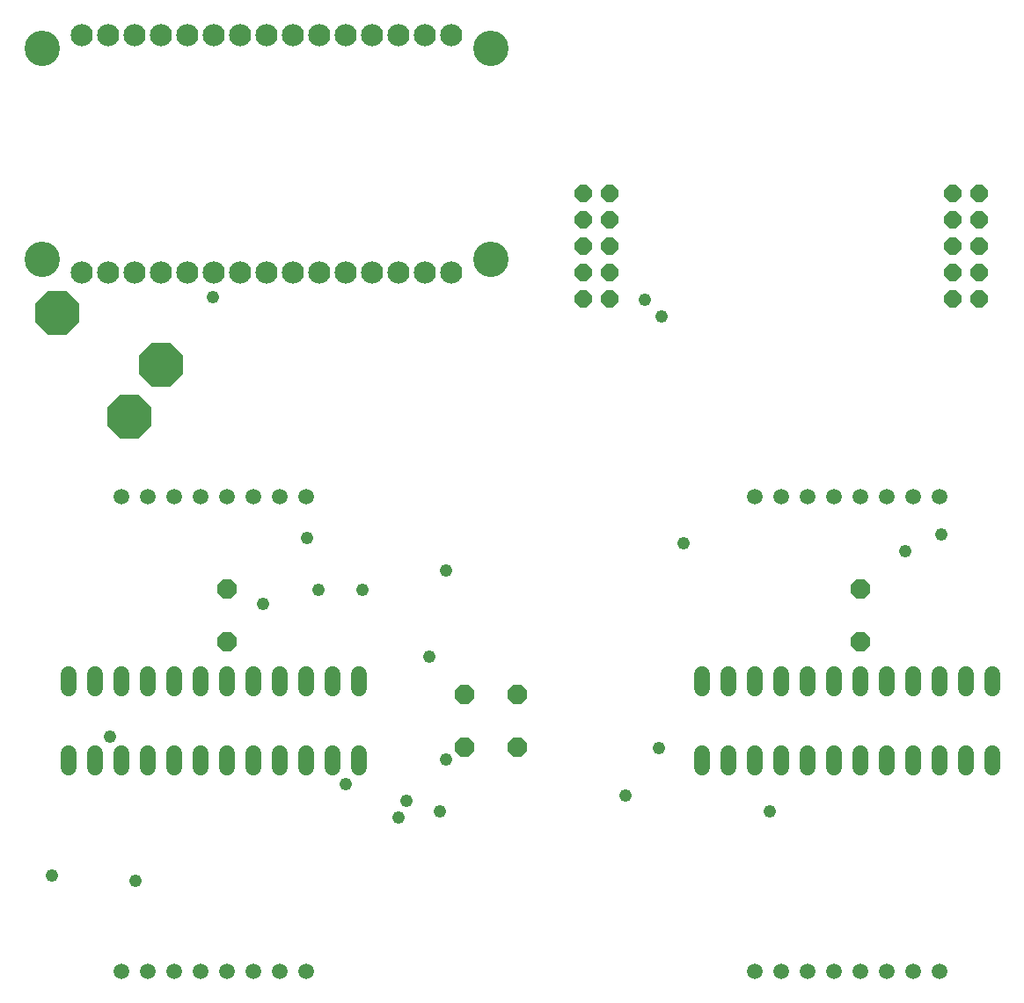
<source format=gts>
G75*
%MOIN*%
%OFA0B0*%
%FSLAX25Y25*%
%IPPOS*%
%LPD*%
%AMOC8*
5,1,8,0,0,1.08239X$1,22.5*
%
%ADD10C,0.06000*%
%ADD11C,0.05950*%
%ADD12OC8,0.07100*%
%ADD13OC8,0.06400*%
%ADD14OC8,0.16611*%
%ADD15C,0.08400*%
%ADD16C,0.13398*%
%ADD17C,0.04800*%
D10*
X0067250Y0112400D02*
X0067250Y0117600D01*
X0077250Y0117600D02*
X0077250Y0112400D01*
X0087250Y0112400D02*
X0087250Y0117600D01*
X0097250Y0117600D02*
X0097250Y0112400D01*
X0107250Y0112400D02*
X0107250Y0117600D01*
X0117250Y0117600D02*
X0117250Y0112400D01*
X0127250Y0112400D02*
X0127250Y0117600D01*
X0137250Y0117600D02*
X0137250Y0112400D01*
X0147250Y0112400D02*
X0147250Y0117600D01*
X0157250Y0117600D02*
X0157250Y0112400D01*
X0167250Y0112400D02*
X0167250Y0117600D01*
X0177250Y0117600D02*
X0177250Y0112400D01*
X0177250Y0142400D02*
X0177250Y0147600D01*
X0167250Y0147600D02*
X0167250Y0142400D01*
X0157250Y0142400D02*
X0157250Y0147600D01*
X0147250Y0147600D02*
X0147250Y0142400D01*
X0137250Y0142400D02*
X0137250Y0147600D01*
X0127250Y0147600D02*
X0127250Y0142400D01*
X0117250Y0142400D02*
X0117250Y0147600D01*
X0107250Y0147600D02*
X0107250Y0142400D01*
X0097250Y0142400D02*
X0097250Y0147600D01*
X0087250Y0147600D02*
X0087250Y0142400D01*
X0077250Y0142400D02*
X0077250Y0147600D01*
X0067250Y0147600D02*
X0067250Y0142400D01*
X0307250Y0142400D02*
X0307250Y0147600D01*
X0317250Y0147600D02*
X0317250Y0142400D01*
X0327250Y0142400D02*
X0327250Y0147600D01*
X0337250Y0147600D02*
X0337250Y0142400D01*
X0347250Y0142400D02*
X0347250Y0147600D01*
X0357250Y0147600D02*
X0357250Y0142400D01*
X0367250Y0142400D02*
X0367250Y0147600D01*
X0377250Y0147600D02*
X0377250Y0142400D01*
X0387250Y0142400D02*
X0387250Y0147600D01*
X0397250Y0147600D02*
X0397250Y0142400D01*
X0407250Y0142400D02*
X0407250Y0147600D01*
X0417250Y0147600D02*
X0417250Y0142400D01*
X0417250Y0117600D02*
X0417250Y0112400D01*
X0407250Y0112400D02*
X0407250Y0117600D01*
X0397250Y0117600D02*
X0397250Y0112400D01*
X0387250Y0112400D02*
X0387250Y0117600D01*
X0377250Y0117600D02*
X0377250Y0112400D01*
X0367250Y0112400D02*
X0367250Y0117600D01*
X0357250Y0117600D02*
X0357250Y0112400D01*
X0347250Y0112400D02*
X0347250Y0117600D01*
X0337250Y0117600D02*
X0337250Y0112400D01*
X0327250Y0112400D02*
X0327250Y0117600D01*
X0317250Y0117600D02*
X0317250Y0112400D01*
X0307250Y0112400D02*
X0307250Y0117600D01*
D11*
X0327250Y0035000D03*
X0337250Y0035000D03*
X0347250Y0035000D03*
X0357250Y0035000D03*
X0367250Y0035000D03*
X0377250Y0035000D03*
X0387250Y0035000D03*
X0397250Y0035000D03*
X0397250Y0215000D03*
X0387250Y0215000D03*
X0377250Y0215000D03*
X0367250Y0215000D03*
X0357250Y0215000D03*
X0347250Y0215000D03*
X0337250Y0215000D03*
X0327250Y0215000D03*
X0157250Y0215000D03*
X0147250Y0215000D03*
X0137250Y0215000D03*
X0127250Y0215000D03*
X0117250Y0215000D03*
X0107250Y0215000D03*
X0097250Y0215000D03*
X0087250Y0215000D03*
X0087250Y0035000D03*
X0097250Y0035000D03*
X0107250Y0035000D03*
X0117250Y0035000D03*
X0127250Y0035000D03*
X0137250Y0035000D03*
X0147250Y0035000D03*
X0157250Y0035000D03*
D12*
X0217250Y0120000D03*
X0237250Y0120000D03*
X0237250Y0140000D03*
X0217250Y0140000D03*
X0127250Y0160000D03*
X0127250Y0180000D03*
X0367250Y0180000D03*
X0367250Y0160000D03*
D13*
X0402250Y0290000D03*
X0402250Y0300000D03*
X0412250Y0300000D03*
X0412250Y0290000D03*
X0412250Y0310000D03*
X0412250Y0320000D03*
X0402250Y0320000D03*
X0402250Y0310000D03*
X0402250Y0330000D03*
X0412250Y0330000D03*
X0272250Y0330000D03*
X0262250Y0330000D03*
X0262250Y0320000D03*
X0262250Y0310000D03*
X0272250Y0310000D03*
X0272250Y0320000D03*
X0272250Y0300000D03*
X0272250Y0290000D03*
X0262250Y0290000D03*
X0262250Y0300000D03*
D14*
X0102250Y0265000D03*
X0090439Y0245315D03*
X0062880Y0284685D03*
D15*
X0072250Y0300000D03*
X0082250Y0300000D03*
X0092250Y0300000D03*
X0102250Y0300000D03*
X0112250Y0300000D03*
X0122250Y0300000D03*
X0132250Y0300000D03*
X0142250Y0300000D03*
X0152250Y0300000D03*
X0162250Y0300000D03*
X0172250Y0300000D03*
X0182250Y0300000D03*
X0192250Y0300000D03*
X0202250Y0300000D03*
X0212250Y0300000D03*
X0212250Y0390000D03*
X0202250Y0390000D03*
X0192250Y0390000D03*
X0182250Y0390000D03*
X0172250Y0390000D03*
X0162250Y0390000D03*
X0152250Y0390000D03*
X0142250Y0390000D03*
X0132250Y0390000D03*
X0122250Y0390000D03*
X0112250Y0390000D03*
X0102250Y0390000D03*
X0092250Y0390000D03*
X0082250Y0390000D03*
X0072250Y0390000D03*
D16*
X0057250Y0385000D03*
X0057250Y0305000D03*
X0227250Y0305000D03*
X0227250Y0385000D03*
D17*
X0061050Y0071350D03*
X0092550Y0069250D03*
X0083100Y0123850D03*
X0140850Y0174250D03*
X0161850Y0179500D03*
X0178650Y0179500D03*
X0157650Y0199450D03*
X0210150Y0186850D03*
X0203850Y0154300D03*
X0210150Y0115450D03*
X0195450Y0099700D03*
X0192300Y0093400D03*
X0208050Y0095500D03*
X0172350Y0106000D03*
X0278400Y0101800D03*
X0291000Y0119650D03*
X0333000Y0095500D03*
X0384450Y0194200D03*
X0398100Y0200500D03*
X0300450Y0197350D03*
X0292050Y0283450D03*
X0285750Y0289750D03*
X0121950Y0290800D03*
M02*

</source>
